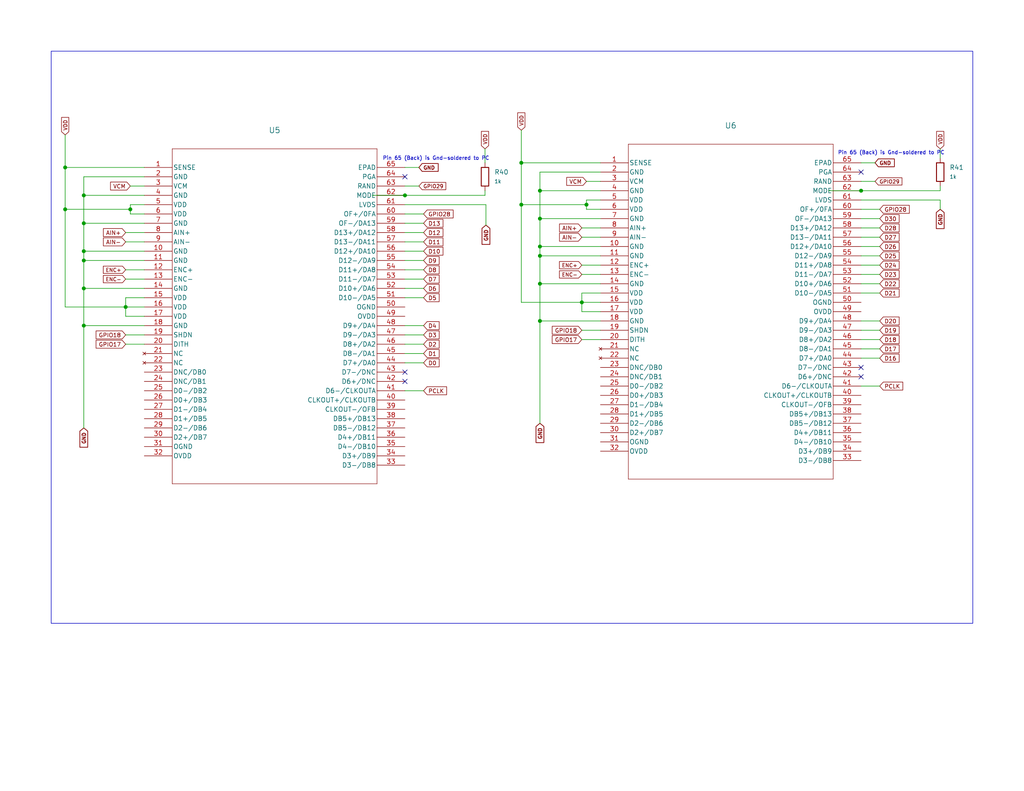
<source format=kicad_sch>
(kicad_sch (version 20231120) (generator "eeschema") (generator_version "8.0")
  (paper "USLetter")
  (title_block (title "XerxesSDR-Dual") (date "2025-04-28") (rev "0.0.1") (company "Dave Witten, KD0EAG; Tom  McDermott, N5EG; Franco Venturi, K4VZ") (comment 2 "[ A Minimalist Rework of HF-103 designed by Oskar Stella, ik1xpv ]") (comment 3 "Infineon/Cypress  FX3 DevKit and LTC2208 and Xilinx XC7-A35T ") (comment 4 "An initial work-in-progress design based on the based on the") (comment 5 "A development straw-man based on the based on the"))
  (lib_symbols
    (symbol "Device:R" (pin_numbers hide) (pin_names (offset 0))
      (property "Reference" "R" (at 2.032 0 90))
      (property "Value" "R" (at 0 0 90))
      (symbol "R_0_1"
        (rectangle (start -1.016 -2.54) (end 1.016 2.54) (stroke (width 0.254)))
      )
      (symbol "R_1_1"
        (pin passive line (at 0 3.81 270) (length 1.27) (name "~") (number "1"))
        (pin passive line (at 0 -3.81 90) (length 1.27) (name "~") (number "2"))
      )
    )
    (symbol "HF103-redux:LTC2208CUP-14-PBF" (pin_names (offset 0.254))
      (property "Reference" "U" (at 35.56 10.16 0))
      (property "Value" "LTC2208CUP-14-PBF" (at 35.56 7.62 0))
      (symbol "LTC2208CUP-14-PBF_0_1"
        (polyline (pts (xy 7.62 -86.36) (xy 63.5 -86.36)) (stroke (width 0.127)))
        (polyline (pts (xy 7.62 5.08) (xy 7.62 -86.36)) (stroke (width 0.127)))
        (polyline (pts (xy 63.5 -86.36) (xy 63.5 5.08)) (stroke (width 0.127)))
        (polyline (pts (xy 63.5 5.08) (xy 7.62 5.08)) (stroke (width 0.127)))
        (pin input line (at 0 0 0) (length 7.62) (name "SENSE") (number "1"))
        (pin power_in line (at 0 -22.86 0) (length 7.62) (name "GND") (number "10"))
        (pin power_in line (at 0 -25.4 0) (length 7.62) (name "GND") (number "11"))
        (pin input line (at 0 -27.94 0) (length 7.62) (name "ENC+") (number "12"))
        (pin input line (at 0 -30.48 0) (length 7.62) (name "ENC-") (number "13"))
        (pin power_in line (at 0 -33.02 0) (length 7.62) (name "GND") (number "14"))
        (pin power_in line (at 0 -35.56 0) (length 7.62) (name "VDD") (number "15"))
        (pin power_in line (at 0 -38.1 0) (length 7.62) (name "VDD") (number "16"))
        (pin power_in line (at 0 -40.64 0) (length 7.62) (name "VDD") (number "17"))
        (pin power_in line (at 0 -43.18 0) (length 7.62) (name "GND") (number "18"))
        (pin unspecified line (at 0 -45.72 0) (length 7.62) (name "SHDN") (number "19"))
        (pin power_in line (at 0 -2.54 0) (length 7.62) (name "GND") (number "2"))
        (pin unspecified line (at 0 -48.26 0) (length 7.62) (name "DITH") (number "20"))
        (pin no_connect line (at 0 -50.8 0) (length 7.62) (name "NC") (number "21"))
        (pin no_connect line (at 0 -53.34 0) (length 7.62) (name "NC") (number "22"))
        (pin bidirectional line (at 0 -55.88 0) (length 7.62) (name "DNC/DB0") (number "23"))
        (pin bidirectional line (at 0 -58.42 0) (length 7.62) (name "DNC/DB1") (number "24"))
        (pin output line (at 0 -60.96 0) (length 7.62) (name "D0-/DB2") (number "25"))
        (pin output line (at 0 -63.5 0) (length 7.62) (name "D0+/DB3") (number "26"))
        (pin output line (at 0 -66.04 0) (length 7.62) (name "D1-/DB4") (number "27"))
        (pin output line (at 0 -68.58 0) (length 7.62) (name "D1+/DB5") (number "28"))
        (pin output line (at 0 -71.12 0) (length 7.62) (name "D2-/DB6") (number "29"))
        (pin output line (at 0 -5.08 0) (length 7.62) (name "VCM") (number "3"))
        (pin output line (at 0 -73.66 0) (length 7.62) (name "D2+/DB7") (number "30"))
        (pin power_in line (at 0 -76.2 0) (length 7.62) (name "OGND") (number "31"))
        (pin power_in line (at 0 -78.74 0) (length 7.62) (name "OVDD") (number "32"))
        (pin output line (at 71.12 -81.28 180) (length 7.62) (name "D3-/DB8") (number "33"))
        (pin output line (at 71.12 -78.74 180) (length 7.62) (name "D3+/DB9") (number "34"))
        (pin output line (at 71.12 -76.2 180) (length 7.62) (name "D4-/DB10") (number "35"))
        (pin output line (at 71.12 -73.66 180) (length 7.62) (name "D4+/DB11") (number "36"))
        (pin output line (at 71.12 -71.12 180) (length 7.62) (name "DB5-/DB12") (number "37"))
        (pin output line (at 71.12 -68.58 180) (length 7.62) (name "DB5+/DB13") (number "38"))
        (pin output line (at 71.12 -66.04 180) (length 7.62) (name "CLKOUT-/OFB") (number "39"))
        (pin power_in line (at 0 -7.62 0) (length 7.62) (name "GND") (number "4"))
        (pin output line (at 71.12 -63.5 180) (length 7.62) (name "CLKOUT+/CLKOUTB") (number "40"))
        (pin output line (at 71.12 -60.96 180) (length 7.62) (name "D6-/CLKOUTA") (number "41"))
        (pin bidirectional line (at 71.12 -58.42 180) (length 7.62) (name "D6+/DNC") (number "42"))
        (pin bidirectional line (at 71.12 -55.88 180) (length 7.62) (name "D7-/DNC") (number "43"))
        (pin output line (at 71.12 -53.34 180) (length 7.62) (name "D7+/DA0") (number "44"))
        (pin output line (at 71.12 -50.8 180) (length 7.62) (name "D8-/DA1") (number "45"))
        (pin output line (at 71.12 -48.26 180) (length 7.62) (name "D8+/DA2") (number "46"))
        (pin output line (at 71.12 -45.72 180) (length 7.62) (name "D9-/DA3") (number "47"))
        (pin output line (at 71.12 -43.18 180) (length 7.62) (name "D9+/DA4") (number "48"))
        (pin power_in line (at 71.12 -40.64 180) (length 7.62) (name "OVDD") (number "49"))
        (pin power_in line (at 0 -10.16 0) (length 7.62) (name "VDD") (number "5"))
        (pin power_in line (at 71.12 -38.1 180) (length 7.62) (name "OGND") (number "50"))
        (pin output line (at 71.12 -35.56 180) (length 7.62) (name "D10-/DA5") (number "51"))
        (pin output line (at 71.12 -33.02 180) (length 7.62) (name "D10+/DA6") (number "52"))
        (pin output line (at 71.12 -30.48 180) (length 7.62) (name "D11-/DA7") (number "53"))
        (pin output line (at 71.12 -27.94 180) (length 7.62) (name "D11+/DA8") (number "54"))
        (pin output line (at 71.12 -25.4 180) (length 7.62) (name "D12-/DA9") (number "55"))
        (pin output line (at 71.12 -22.86 180) (length 7.62) (name "D12+/DA10") (number "56"))
        (pin output line (at 71.12 -20.32 180) (length 7.62) (name "D13-/DA11") (number "57"))
        (pin output line (at 71.12 -17.78 180) (length 7.62) (name "D13+/DA12") (number "58"))
        (pin output line (at 71.12 -15.24 180) (length 7.62) (name "OF-/DA13") (number "59"))
        (pin power_in line (at 0 -12.7 0) (length 7.62) (name "VDD") (number "6"))
        (pin output line (at 71.12 -12.7 180) (length 7.62) (name "OF+/0FA") (number "60"))
        (pin output line (at 71.12 -10.16 180) (length 7.62) (name "LVDS") (number "61"))
        (pin output line (at 71.12 -7.62 180) (length 7.62) (name "MODE") (number "62"))
        (pin output line (at 71.12 -5.08 180) (length 7.62) (name "RAND") (number "63"))
        (pin input line (at 71.12 -2.54 180) (length 7.62) (name "PGA") (number "64"))
        (pin unspecified line (at 71.12 0 180) (length 7.62) (name "EPAD") (number "65"))
        (pin power_in line (at 0 -15.24 0) (length 7.62) (name "GND") (number "7"))
        (pin input line (at 0 -17.78 0) (length 7.62) (name "AIN+") (number "8"))
        (pin input line (at 0 -20.32 0) (length 7.62) (name "AIN-") (number "9"))
      )
    )
  )
  (junction (at 34.29 83.82))
  (junction (at 147.32 59.69))
  (junction (at 160.02 55.88))
  (junction (at 110.49 53.34))
  (junction (at 22.86 71.12))
  (junction (at 22.86 78.74))
  (junction (at 147.32 69.85))
  (junction (at 22.86 68.58))
  (junction (at 22.86 53.34))
  (junction (at 22.86 88.9))
  (junction (at 158.75 82.55))
  (junction (at 234.95 52.07))
  (junction (at 142.24 55.88))
  (junction (at 22.86 60.96))
  (junction (at 17.78 57.15))
  (junction (at 147.32 67.31))
  (junction (at 35.56 57.15))
  (junction (at 147.32 87.63))
  (junction (at 17.78 45.72))
  (junction (at 147.32 77.47))
  (junction (at 147.32 52.07))
  (junction (at 142.24 44.45))
  (no_connect (at 234.95 102.87))
  (no_connect (at 234.95 46.99))
  (no_connect (at 234.95 100.33))
  (no_connect (at 110.49 101.6))
  (no_connect (at 110.49 48.26))
  (no_connect (at 110.49 104.14))
  (wire (pts (xy 17.78 45.72) (xy 39.37 45.72)))
  (wire (pts (xy 256.54 40.64) (xy 256.54 43.18)))
  (wire (pts (xy 234.95 77.47) (xy 240.03 77.47)))
  (wire (pts (xy 142.24 44.45) (xy 142.24 55.88)))
  (wire (pts (xy 110.49 81.28) (xy 115.57 81.28)))
  (wire (pts (xy 22.86 78.74) (xy 22.86 71.12)))
  (wire (pts (xy 256.54 50.8) (xy 256.54 52.07)))
  (wire (pts (xy 110.49 78.74) (xy 115.57 78.74)))
  (wire (pts (xy 158.75 64.77) (xy 163.83 64.77)))
  (wire (pts (xy 158.75 90.17) (xy 163.83 90.17)))
  (wire (pts (xy 35.56 55.88) (xy 39.37 55.88)))
  (wire (pts (xy 158.75 72.39) (xy 163.83 72.39)))
  (wire (pts (xy 110.49 96.52) (xy 115.57 96.52)))
  (wire (pts (xy 142.24 82.55) (xy 158.75 82.55)))
  (wire (pts (xy 34.29 83.82) (xy 39.37 83.82)))
  (wire (pts (xy 142.24 44.45) (xy 163.83 44.45)))
  (wire (pts (xy 34.29 73.66) (xy 39.37 73.66)))
  (wire (pts (xy 34.29 86.36) (xy 39.37 86.36)))
  (wire (pts (xy 160.02 57.15) (xy 163.83 57.15)))
  (wire (pts (xy 158.75 85.09) (xy 163.83 85.09)))
  (wire (pts (xy 22.86 60.96) (xy 39.37 60.96)))
  (wire (pts (xy 160.02 54.61) (xy 163.83 54.61)))
  (wire (pts (xy 234.95 69.85) (xy 240.03 69.85)))
  (wire (pts (xy 256.54 54.61) (xy 234.95 54.61)))
  (wire (pts (xy 110.49 93.98) (xy 115.57 93.98)))
  (wire (pts (xy 147.32 59.69) (xy 147.32 52.07)))
  (wire (pts (xy 132.334 52.07) (xy 132.334 53.34)))
  (wire (pts (xy 234.95 57.15) (xy 240.03 57.15)))
  (wire (pts (xy 158.75 74.93) (xy 163.83 74.93)))
  (wire (pts (xy 22.86 71.12) (xy 39.37 71.12)))
  (wire (pts (xy 234.95 67.31) (xy 240.03 67.31)))
  (wire (pts (xy 132.334 53.34) (xy 110.49 53.34)))
  (wire (pts (xy 226.06 52.07) (xy 234.95 52.07)))
  (wire (pts (xy 234.95 64.77) (xy 240.03 64.77)))
  (wire (pts (xy 35.56 50.8) (xy 39.37 50.8)))
  (wire (pts (xy 132.588 55.88) (xy 132.588 61.468)))
  (wire (pts (xy 34.29 81.28) (xy 34.29 83.82)))
  (wire (pts (xy 234.95 95.25) (xy 240.03 95.25)))
  (wire (pts (xy 234.95 80.01) (xy 240.03 80.01)))
  (wire (pts (xy 160.02 55.88) (xy 160.02 57.15)))
  (wire (pts (xy 22.86 88.9) (xy 39.37 88.9)))
  (wire (pts (xy 34.29 66.04) (xy 39.37 66.04)))
  (wire (pts (xy 158.75 62.23) (xy 163.83 62.23)))
  (wire (pts (xy 147.32 67.31) (xy 163.83 67.31)))
  (wire (pts (xy 132.334 40.64) (xy 132.334 44.45)))
  (wire (pts (xy 110.49 76.2) (xy 115.57 76.2)))
  (wire (pts (xy 110.49 68.58) (xy 115.57 68.58)))
  (wire (pts (xy 22.86 53.34) (xy 39.37 53.34)))
  (wire (pts (xy 160.02 49.53) (xy 163.83 49.53)))
  (wire (pts (xy 34.29 76.2) (xy 39.37 76.2)))
  (wire (pts (xy 110.49 88.9) (xy 115.57 88.9)))
  (wire (pts (xy 234.95 97.79) (xy 240.03 97.79)))
  (wire (pts (xy 22.86 53.34) (xy 22.86 48.26)))
  (wire (pts (xy 234.95 74.93) (xy 240.03 74.93)))
  (wire (pts (xy 256.54 57.15) (xy 256.54 54.61)))
  (wire (pts (xy 17.78 57.15) (xy 35.56 57.15)))
  (wire (pts (xy 22.86 78.74) (xy 39.37 78.74)))
  (wire (pts (xy 110.49 66.04) (xy 115.57 66.04)))
  (wire (pts (xy 22.86 88.9) (xy 22.86 78.74)))
  (wire (pts (xy 22.86 68.58) (xy 22.86 60.96)))
  (wire (pts (xy 158.75 80.01) (xy 163.83 80.01)))
  (wire (pts (xy 110.49 60.96) (xy 115.57 60.96)))
  (wire (pts (xy 142.24 55.88) (xy 160.02 55.88)))
  (wire (pts (xy 158.75 82.55) (xy 163.83 82.55)))
  (wire (pts (xy 110.49 58.42) (xy 115.57 58.42)))
  (wire (pts (xy 110.49 63.5) (xy 115.57 63.5)))
  (wire (pts (xy 34.29 83.82) (xy 34.29 86.36)))
  (wire (pts (xy 158.75 82.55) (xy 158.75 85.09)))
  (wire (pts (xy 34.29 81.28) (xy 39.37 81.28)))
  (wire (pts (xy 142.24 35.56) (xy 142.24 44.45)))
  (wire (pts (xy 234.95 87.63) (xy 240.03 87.63)))
  (wire (pts (xy 110.49 106.68) (xy 115.57 106.68)))
  (wire (pts (xy 147.32 87.63) (xy 147.32 77.47)))
  (wire (pts (xy 147.32 115.57) (xy 147.32 87.63)))
  (wire (pts (xy 147.32 52.07) (xy 163.83 52.07)))
  (wire (pts (xy 147.32 77.47) (xy 163.83 77.47)))
  (wire (pts (xy 234.95 72.39) (xy 240.03 72.39)))
  (wire (pts (xy 110.49 50.8) (xy 114.3 50.8)))
  (wire (pts (xy 147.32 59.69) (xy 163.83 59.69)))
  (wire (pts (xy 110.49 73.66) (xy 115.57 73.66)))
  (wire (pts (xy 160.02 54.61) (xy 160.02 55.88)))
  (wire (pts (xy 110.49 45.72) (xy 114.3 45.72)))
  (wire (pts (xy 147.32 69.85) (xy 163.83 69.85)))
  (wire (pts (xy 34.29 91.44) (xy 39.37 91.44)))
  (wire (pts (xy 147.32 77.47) (xy 147.32 69.85)))
  (wire (pts (xy 142.24 55.88) (xy 142.24 82.55)))
  (wire (pts (xy 110.49 71.12) (xy 115.57 71.12)))
  (wire (pts (xy 234.95 105.41) (xy 240.03 105.41)))
  (wire (pts (xy 34.29 63.5) (xy 39.37 63.5)))
  (wire (pts (xy 158.75 92.71) (xy 163.83 92.71)))
  (wire (pts (xy 110.49 99.06) (xy 115.57 99.06)))
  (wire (pts (xy 147.32 46.99) (xy 163.83 46.99)))
  (wire (pts (xy 17.78 45.72) (xy 17.78 57.15)))
  (wire (pts (xy 22.86 60.96) (xy 22.86 53.34)))
  (wire (pts (xy 22.86 68.58) (xy 39.37 68.58)))
  (wire (pts (xy 234.95 49.53) (xy 238.76 49.53)))
  (wire (pts (xy 22.86 116.84) (xy 22.86 88.9)))
  (wire (pts (xy 234.95 62.23) (xy 240.03 62.23)))
  (wire (pts (xy 34.29 93.98) (xy 39.37 93.98)))
  (wire (pts (xy 147.32 87.63) (xy 163.83 87.63)))
  (wire (pts (xy 17.78 36.83) (xy 17.78 45.72)))
  (wire (pts (xy 234.95 52.07) (xy 256.54 52.07)))
  (wire (pts (xy 147.32 67.31) (xy 147.32 59.69)))
  (wire (pts (xy 234.95 90.17) (xy 240.03 90.17)))
  (wire (pts (xy 22.86 48.26) (xy 39.37 48.26)))
  (wire (pts (xy 101.6 53.34) (xy 110.49 53.34)))
  (wire (pts (xy 158.75 80.01) (xy 158.75 82.55)))
  (wire (pts (xy 17.78 83.82) (xy 34.29 83.82)))
  (wire (pts (xy 147.32 52.07) (xy 147.32 46.99)))
  (wire (pts (xy 17.78 57.15) (xy 17.78 83.82)))
  (wire (pts (xy 22.86 71.12) (xy 22.86 68.58)))
  (wire (pts (xy 110.49 91.44) (xy 115.57 91.44)))
  (wire (pts (xy 147.32 69.85) (xy 147.32 67.31)))
  (wire (pts (xy 234.95 44.45) (xy 238.76 44.45)))
  (wire (pts (xy 234.95 59.69) (xy 240.03 59.69)))
  (wire (pts (xy 234.95 92.71) (xy 240.03 92.71)))
  (wire (pts (xy 35.56 57.15) (xy 35.56 58.42)))
  (wire (pts (xy 35.56 58.42) (xy 39.37 58.42)))
  (wire (pts (xy 110.49 55.88) (xy 132.588 55.88)))
  (wire (pts (xy 35.56 55.88) (xy 35.56 57.15)))
  (rectangle (start 13.97 13.97) (end 265.43 170.18))
  (text "Pin 65 (Back) is Gnd-soldered to PC" (at 104.394 43.942 0) (effects (font (size 1 1)) (justify left bottom)))
  (text "Pin 65 (Back) is Gnd-soldered to PC" (at 228.6 42.418 0) (effects (font (size 1 1)) (justify left bottom)))
  (global_label "VDD" (shape input) (at 17.78 36.83 90) (effects (font (size 1 1))) (property "Intersheetrefs" "${INTERSHEET_REFS}" (at 17.78 31.6226 90) (effects (justify left))))
  (global_label "GPIO29" (shape input) (at 114.3 50.8 0) (effects (font (size 1 1))) (property "Intersheetrefs" "${INTERSHEET_REFS}" (at 122.0789 50.8 0) (effects (justify left))))
  (global_label "D30" (shape input) (at 240.03 59.69 0) (effects (font (size 1.1 1.1))) (property "Intersheetrefs" "${INTERSHEET_REFS}" (at 245.7417 59.69 0) (effects (justify left))))
  (global_label "D4" (shape input) (at 115.57 88.9 0) (effects (font (size 1.1 1.1))) (property "Intersheetrefs" "${INTERSHEET_REFS}" (at 120.2341 88.9 0) (effects (justify left))))
  (global_label "AIN+" (shape input) (at 34.29 63.5 180) (effects (font (size 1.1 1.1))) (property "Intersheetrefs" "${INTERSHEET_REFS}" (at 27.7925 63.5 0) (effects (justify right))))
  (global_label "D11" (shape input) (at 115.57 66.04 0) (effects (font (size 1.1 1.1))) (property "Intersheetrefs" "${INTERSHEET_REFS}" (at 121.2817 66.04 0) (effects (justify left))))
  (global_label "AIN+" (shape input) (at 158.75 62.23 180) (effects (font (size 1.1 1.1))) (property "Intersheetrefs" "${INTERSHEET_REFS}" (at 152.2525 62.23 0) (effects (justify right))))
  (global_label "PCLK" (shape input) (at 240.03 105.41 0) (effects (font (size 1.1 1.1))) (property "Intersheetrefs" "${INTERSHEET_REFS}" (at 246.737 105.41 0) (effects (justify left))))
  (global_label "D21" (shape input) (at 240.03 80.01 0) (effects (font (size 1.1 1.1))) (property "Intersheetrefs" "${INTERSHEET_REFS}" (at 244.6941 80.01 0) (effects (justify left))))
  (global_label "GPIO28" (shape input) (at 115.57 58.42 0) (effects (font (size 1.1 1.1))) (property "Intersheetrefs" "${INTERSHEET_REFS}" (at 124.0579 58.42 0) (effects (justify left))))
  (global_label "GPIO17" (shape input) (at 158.75 92.71 180) (effects (font (size 1.1 1.1))) (property "Intersheetrefs" "${INTERSHEET_REFS}" (at 155.3421 92.71 0) (effects (justify right))))
  (global_label "GPIO18" (shape input) (at 34.29 91.44 180) (effects (font (size 1.1 1.1))) (property "Intersheetrefs" "${INTERSHEET_REFS}" (at 30.8821 91.44 0) (effects (justify right))))
  (global_label "GPIO29" (shape input) (at 238.76 49.53 0) (effects (font (size 1 1))) (property "Intersheetrefs" "${INTERSHEET_REFS}" (at 246.5389 49.53 0) (effects (justify left))))
  (global_label "GPIO28" (shape input) (at 240.03 57.15 0) (effects (font (size 1.1 1.1))) (property "Intersheetrefs" "${INTERSHEET_REFS}" (at 248.5179 57.15 0) (effects (justify left))))
  (global_label "D19" (shape input) (at 240.03 90.17 0) (effects (font (size 1.1 1.1))) (property "Intersheetrefs" "${INTERSHEET_REFS}" (at 244.6941 90.17 0) (effects (justify left))))
  (global_label "VDD" (shape input) (at 256.54 40.64 90) (effects (font (size 1 1))) (property "Intersheetrefs" "${INTERSHEET_REFS}" (at 256.54 35.4326 90) (effects (justify left))))
  (global_label "D3" (shape input) (at 115.57 91.44 0) (effects (font (size 1.1 1.1))) (property "Intersheetrefs" "${INTERSHEET_REFS}" (at 120.2341 91.44 0) (effects (justify left))))
  (global_label "GPIO17" (shape input) (at 34.29 93.98 180) (effects (font (size 1.1 1.1))) (property "Intersheetrefs" "${INTERSHEET_REFS}" (at 30.8821 93.98 0) (effects (justify right))))
  (global_label "ENC+" (shape input) (at 34.29 73.66 180) (effects (font (size 1 1))) (property "Intersheetrefs" "${INTERSHEET_REFS}" (at 27.7492 73.66 0) (effects (justify right))))
  (global_label "VCM" (shape input) (at 35.56 50.8 180) (effects (font (size 1.1 1.1))) (property "Intersheetrefs" "${INTERSHEET_REFS}" (at 29.7435 50.8 0) (effects (justify right))))
  (global_label "VDD" (shape input) (at 132.334 40.64 90) (effects (font (size 1 1))) (property "Intersheetrefs" "${INTERSHEET_REFS}" (at 132.334 35.4326 90) (effects (justify left))))
  (global_label "GND" (shape input) (at 132.588 61.468 270) (effects (font (size 1 1) (bold yes))) (property "Intersheetrefs" "${INTERSHEET_REFS}" (at 132.588 67.2409 90) (effects (justify right))))
  (global_label "D23" (shape input) (at 240.03 74.93 0) (effects (font (size 1.1 1.1))) (property "Intersheetrefs" "${INTERSHEET_REFS}" (at 244.6941 74.93 0) (effects (justify left))))
  (global_label "D24" (shape input) (at 240.03 72.39 0) (effects (font (size 1.1 1.1))) (property "Intersheetrefs" "${INTERSHEET_REFS}" (at 244.6941 72.39 0) (effects (justify left))))
  (global_label "D17" (shape input) (at 240.03 95.25 0) (effects (font (size 1.1 1.1))) (property "Intersheetrefs" "${INTERSHEET_REFS}" (at 244.6941 95.25 0) (effects (justify left))))
  (global_label "D1" (shape input) (at 115.57 96.52 0) (effects (font (size 1.1 1.1))) (property "Intersheetrefs" "${INTERSHEET_REFS}" (at 120.2341 96.52 0) (effects (justify left))))
  (global_label "GND" (shape input) (at 22.86 116.84 270) (effects (font (size 1 1) (bold yes))) (property "Intersheetrefs" "${INTERSHEET_REFS}" (at 22.86 122.6129 90) (effects (justify right))))
  (global_label "GND" (shape input) (at 238.76 44.45 0) (effects (font (size 1 1) (bold yes))) (property "Intersheetrefs" "${INTERSHEET_REFS}" (at 244.5329 44.45 0) (effects (justify left))))
  (global_label "D16" (shape input) (at 240.03 97.79 0) (effects (font (size 1.1 1.1))) (property "Intersheetrefs" "${INTERSHEET_REFS}" (at 244.6941 97.79 0) (effects (justify left))))
  (global_label "D9" (shape input) (at 115.57 71.12 0) (effects (font (size 1.1 1.1))) (property "Intersheetrefs" "${INTERSHEET_REFS}" (at 120.2341 71.12 0) (effects (justify left))))
  (global_label "D26" (shape input) (at 240.03 67.31 0) (effects (font (size 1.1 1.1))) (property "Intersheetrefs" "${INTERSHEET_REFS}" (at 245.7417 67.31 0) (effects (justify left))))
  (global_label "D13" (shape input) (at 115.57 60.96 0) (effects (font (size 1.1 1.1))) (property "Intersheetrefs" "${INTERSHEET_REFS}" (at 121.2817 60.96 0) (effects (justify left))))
  (global_label "GPIO18" (shape input) (at 158.75 90.17 180) (effects (font (size 1.1 1.1))) (property "Intersheetrefs" "${INTERSHEET_REFS}" (at 155.3421 90.17 0) (effects (justify right))))
  (global_label "D25" (shape input) (at 240.03 69.85 0) (effects (font (size 1.1 1.1))) (property "Intersheetrefs" "${INTERSHEET_REFS}" (at 244.6941 69.85 0) (effects (justify left))))
  (global_label "D28" (shape input) (at 240.03 62.23 0) (effects (font (size 1.1 1.1))) (property "Intersheetrefs" "${INTERSHEET_REFS}" (at 245.7417 62.23 0) (effects (justify left))))
  (global_label "AIN-" (shape input) (at 34.29 66.04 180) (effects (font (size 1.1 1.1))) (property "Intersheetrefs" "${INTERSHEET_REFS}" (at 27.7925 66.04 0) (effects (justify right))))
  (global_label "D22" (shape input) (at 240.03 77.47 0) (effects (font (size 1.1 1.1))) (property "Intersheetrefs" "${INTERSHEET_REFS}" (at 244.6941 77.47 0) (effects (justify left))))
  (global_label "ENC-" (shape input) (at 34.29 76.2 180) (effects (font (size 1 1))) (property "Intersheetrefs" "${INTERSHEET_REFS}" (at 27.7492 76.2 0) (effects (justify right))))
  (global_label "VDD" (shape input) (at 142.24 35.56 90) (effects (font (size 1 1))) (property "Intersheetrefs" "${INTERSHEET_REFS}" (at 142.24 30.3526 90) (effects (justify left))))
  (global_label "D0" (shape input) (at 115.57 99.06 0) (effects (font (size 1.1 1.1))) (property "Intersheetrefs" "${INTERSHEET_REFS}" (at 120.2341 99.06 0) (effects (justify left))))
  (global_label "GND" (shape input) (at 147.32 115.57 270) (effects (font (size 1 1) (bold yes))) (property "Intersheetrefs" "${INTERSHEET_REFS}" (at 147.32 121.3429 90) (effects (justify right))))
  (global_label "D10" (shape input) (at 115.57 68.58 0) (effects (font (size 1.1 1.1))) (property "Intersheetrefs" "${INTERSHEET_REFS}" (at 121.2817 68.58 0) (effects (justify left))))
  (global_label "ENC-" (shape input) (at 158.75 74.93 180) (effects (font (size 1 1))) (property "Intersheetrefs" "${INTERSHEET_REFS}" (at 152.2092 74.93 0) (effects (justify right))))
  (global_label "D20" (shape input) (at 240.03 87.63 0) (effects (font (size 1.1 1.1))) (property "Intersheetrefs" "${INTERSHEET_REFS}" (at 244.6941 87.63 0) (effects (justify left))))
  (global_label "ENC+" (shape input) (at 158.75 72.39 180) (effects (font (size 1 1))) (property "Intersheetrefs" "${INTERSHEET_REFS}" (at 152.2092 72.39 0) (effects (justify right))))
  (global_label "GND" (shape input) (at 256.54 57.15 270) (effects (font (size 1 1) (bold yes))) (property "Intersheetrefs" "${INTERSHEET_REFS}" (at 256.54 62.9229 90) (effects (justify right))))
  (global_label "GND" (shape input) (at 114.3 45.72 0) (effects (font (size 1 1) (bold yes))) (property "Intersheetrefs" "${INTERSHEET_REFS}" (at 120.0729 45.72 0) (effects (justify left))))
  (global_label "VCM" (shape input) (at 160.02 49.53 180) (effects (font (size 1.1 1.1))) (property "Intersheetrefs" "${INTERSHEET_REFS}" (at 154.2035 49.53 0) (effects (justify right))))
  (global_label "D5" (shape input) (at 115.57 81.28 0) (effects (font (size 1.1 1.1))) (property "Intersheetrefs" "${INTERSHEET_REFS}" (at 120.2341 81.28 0) (effects (justify left))))
  (global_label "D18" (shape input) (at 240.03 92.71 0) (effects (font (size 1.1 1.1))) (property "Intersheetrefs" "${INTERSHEET_REFS}" (at 244.6941 92.71 0) (effects (justify left))))
  (global_label "D2" (shape input) (at 115.57 93.98 0) (effects (font (size 1.1 1.1))) (property "Intersheetrefs" "${INTERSHEET_REFS}" (at 120.2341 93.98 0) (effects (justify left))))
  (global_label "PCLK" (shape input) (at 115.57 106.68 0) (effects (font (size 1.1 1.1))) (property "Intersheetrefs" "${INTERSHEET_REFS}" (at 122.277 106.68 0) (effects (justify left))))
  (global_label "D27" (shape input) (at 240.03 64.77 0) (effects (font (size 1.1 1.1))) (property "Intersheetrefs" "${INTERSHEET_REFS}" (at 245.7417 64.77 0) (effects (justify left))))
  (global_label "AIN-" (shape input) (at 158.75 64.77 180) (effects (font (size 1.1 1.1))) (property "Intersheetrefs" "${INTERSHEET_REFS}" (at 152.2525 64.77 0) (effects (justify right))))
  (global_label "D7" (shape input) (at 115.57 76.2 0) (effects (font (size 1.1 1.1))) (property "Intersheetrefs" "${INTERSHEET_REFS}" (at 120.2341 76.2 0) (effects (justify left))))
  (global_label "D12" (shape input) (at 115.57 63.5 0) (effects (font (size 1.1 1.1))) (property "Intersheetrefs" "${INTERSHEET_REFS}" (at 121.2817 63.5 0) (effects (justify left))))
  (global_label "D8" (shape input) (at 115.57 73.66 0) (effects (font (size 1.1 1.1))) (property "Intersheetrefs" "${INTERSHEET_REFS}" (at 120.2341 73.66 0) (effects (justify left))))
  (global_label "D6" (shape input) (at 115.57 78.74 0) (effects (font (size 1.1 1.1))) (property "Intersheetrefs" "${INTERSHEET_REFS}" (at 120.2341 78.74 0) (effects (justify left))))
  (symbol (lib_id "HF103-redux:LTC2208CUP-14-PBF") (at 39.37 45.72 0) (unit 1)
    (property "Reference" "U5" (at 74.93 35.56 0) (effects (font (size 1.524 1.524))))
    (property "Value" "LTC2208CUP-14-PBF" (effects (hide yes)))
    (property "Footprint" "Package_DFN_QFN:QFN-64-1EP_9x9mm_P0.5mm_EP4.35x4.35mm_ThermalVias" (effects (hide yes)))
    (property "Datasheet" "https://www.analog.com/media/en/technical-documentation/data-sheets/220814fb.pdf" (effects (hide yes)))
  )
  (symbol (lib_id "Device:R") (at 256.54 46.99 0) (unit 1)
    (property "Reference" "R41" (at 259.08 45.72 0) (effects (justify left)))
    (property "Value" "1k" (at 259.08 48.26 0) (effects (font (size 1 1)) (justify left)))
    (property "Footprint" "Resistor_SMD:R_0603_1608Metric" (effects (hide yes)))
  )
  (symbol (lib_id "HF103-redux:LTC2208CUP-14-PBF") (at 163.83 44.45 0) (unit 1)
    (property "Reference" "U6" (at 199.39 34.29 0) (effects (font (size 1.524 1.524))))
    (property "Value" "LTC2208CUP-14-PBF" (effects (hide yes)))
    (property "Footprint" "Package_DFN_QFN:QFN-64-1EP_9x9mm_P0.5mm_EP4.35x4.35mm_ThermalVias" (effects (hide yes)))
    (property "Datasheet" "https://www.analog.com/media/en/technical-documentation/data-sheets/220814fb.pdf" (effects (hide yes)))
  )
  (symbol (lib_id "Device:R") (at 132.334 48.26 0) (unit 1)
    (property "Reference" "R40" (at 134.874 46.99 0) (effects (justify left)))
    (property "Value" "1k" (at 134.874 49.53 0) (effects (font (size 1 1)) (justify left)))
    (property "Footprint" "Resistor_SMD:R_0603_1608Metric" (effects (hide yes)))
  )
)
</source>
